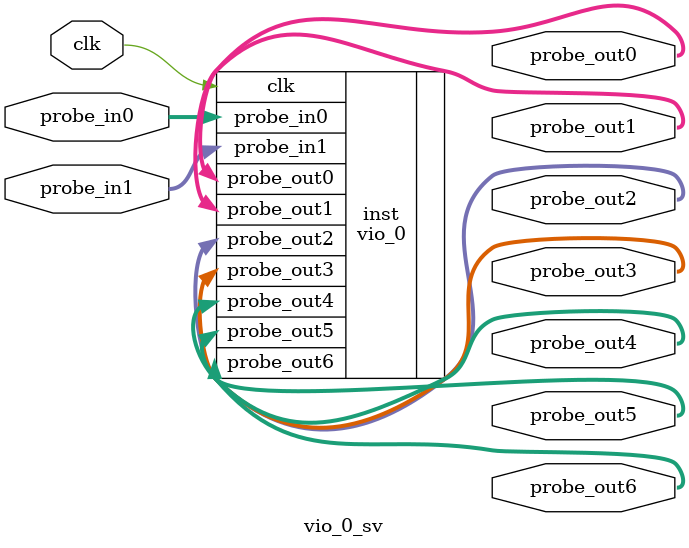
<source format=sv>


`timescale 1ps / 1ps

`include "vivado_interfaces.svh"

module vio_0_sv (
  (* X_INTERFACE_IGNORE = "true" *)
  input wire clk,
  (* X_INTERFACE_IGNORE = "true" *)
  input wire [31:0] probe_in0,
  (* X_INTERFACE_IGNORE = "true" *)
  input wire [31:0] probe_in1,
  (* X_INTERFACE_IGNORE = "true" *)
  output wire [7:0] probe_out0,
  (* X_INTERFACE_IGNORE = "true" *)
  output wire [23:0] probe_out1,
  (* X_INTERFACE_IGNORE = "true" *)
  output wire [23:0] probe_out2,
  (* X_INTERFACE_IGNORE = "true" *)
  output wire [23:0] probe_out3,
  (* X_INTERFACE_IGNORE = "true" *)
  output wire [23:0] probe_out4,
  (* X_INTERFACE_IGNORE = "true" *)
  output wire [15:0] probe_out5,
  (* X_INTERFACE_IGNORE = "true" *)
  output wire [5:0] probe_out6
);

  vio_0 inst (
    .clk(clk),
    .probe_in0(probe_in0),
    .probe_in1(probe_in1),
    .probe_out0(probe_out0),
    .probe_out1(probe_out1),
    .probe_out2(probe_out2),
    .probe_out3(probe_out3),
    .probe_out4(probe_out4),
    .probe_out5(probe_out5),
    .probe_out6(probe_out6)
  );

endmodule

</source>
